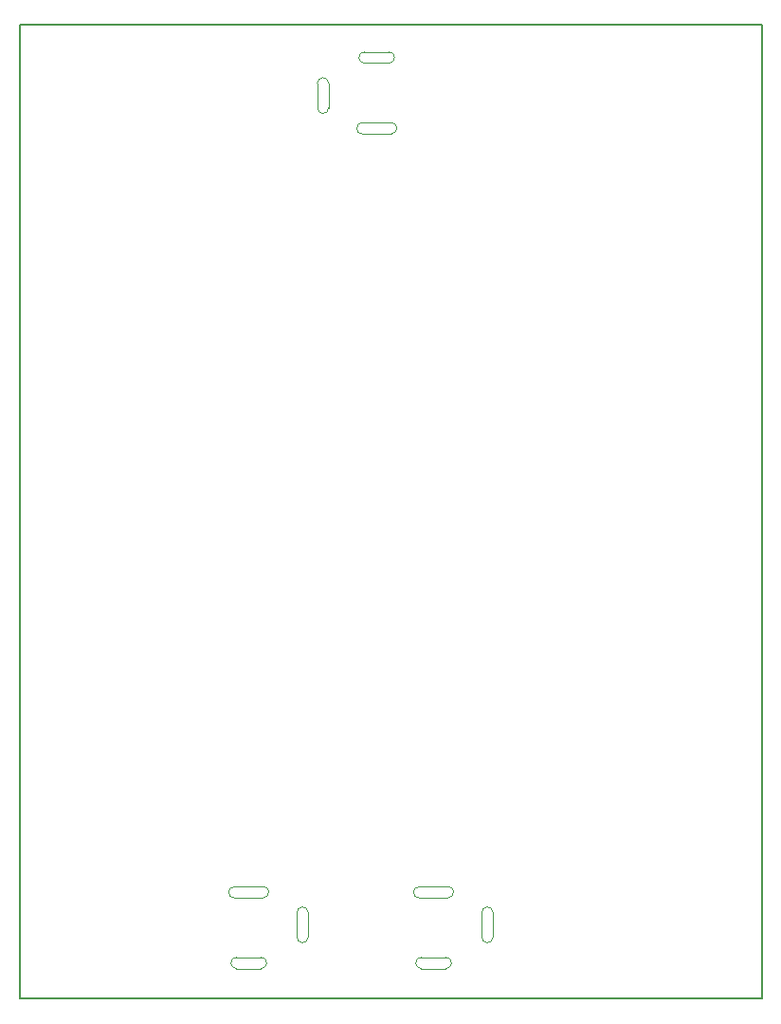
<source format=gm1>
G04 #@! TF.GenerationSoftware,KiCad,Pcbnew,(5.1.10)-1*
G04 #@! TF.CreationDate,2021-11-03T22:51:16-05:00*
G04 #@! TF.ProjectId,Kitty_Cannon_Schematic,4b697474-795f-4436-916e-6e6f6e5f5363,rev?*
G04 #@! TF.SameCoordinates,Original*
G04 #@! TF.FileFunction,Profile,NP*
%FSLAX46Y46*%
G04 Gerber Fmt 4.6, Leading zero omitted, Abs format (unit mm)*
G04 Created by KiCad (PCBNEW (5.1.10)-1) date 2021-11-03 22:51:16*
%MOMM*%
%LPD*%
G01*
G04 APERTURE LIST*
G04 #@! TA.AperFunction,Profile*
%ADD10C,0.152400*%
G04 #@! TD*
G04 #@! TA.AperFunction,Profile*
%ADD11C,0.050000*%
G04 #@! TD*
G04 APERTURE END LIST*
D10*
X181610000Y-61722000D02*
X181610000Y-148590000D01*
X115316000Y-61722000D02*
X181610000Y-61722000D01*
X115316000Y-148590000D02*
X115316000Y-61722000D01*
X181610000Y-148590000D02*
X115316000Y-148590000D01*
D11*
X145881100Y-71413600D02*
X148531100Y-71413600D01*
X145881100Y-71413600D02*
G75*
G02*
X145431100Y-70963600I0J450000D01*
G01*
X145431100Y-70963600D02*
G75*
G02*
X145981100Y-70413600I550000J0D01*
G01*
X148531100Y-70413600D02*
X145981100Y-70413600D01*
X148531100Y-70413600D02*
G75*
G02*
X149031100Y-70913600I0J-500000D01*
G01*
X149031100Y-70913600D02*
G75*
G02*
X148531100Y-71413600I-500000J0D01*
G01*
X142931100Y-69113600D02*
X142931100Y-66913600D01*
X142931100Y-69113600D02*
G75*
G02*
X142431100Y-69613600I-500000J0D01*
G01*
X142431100Y-69613600D02*
G75*
G02*
X141931100Y-69113600I0J500000D01*
G01*
X141931100Y-66913600D02*
X141931100Y-69113600D01*
X141931100Y-66913600D02*
G75*
G02*
X142431100Y-66413600I500000J0D01*
G01*
X142431100Y-66413600D02*
G75*
G02*
X142931100Y-66913600I0J-500000D01*
G01*
X146131100Y-65113600D02*
X148331100Y-65113600D01*
X146131101Y-65113599D02*
G75*
G02*
X145631100Y-64613600I-1J500000D01*
G01*
X145631100Y-64613600D02*
G75*
G02*
X146131100Y-64113600I500000J0D01*
G01*
X148331100Y-64113600D02*
X146131100Y-64113600D01*
X148331100Y-64113600D02*
G75*
G02*
X148831100Y-64613600I0J-500000D01*
G01*
X148831101Y-64613599D02*
G75*
G02*
X148331100Y-65113600I-500001J0D01*
G01*
X137151100Y-138593600D02*
X134501100Y-138593600D01*
X137151100Y-138593600D02*
G75*
G02*
X137601100Y-139043600I0J-450000D01*
G01*
X137601100Y-139043600D02*
G75*
G02*
X137051100Y-139593600I-550000J0D01*
G01*
X134501100Y-139593600D02*
X137051100Y-139593600D01*
X134501100Y-139593600D02*
G75*
G02*
X134001100Y-139093600I0J500000D01*
G01*
X134001100Y-139093600D02*
G75*
G02*
X134501100Y-138593600I500000J0D01*
G01*
X140101100Y-140893600D02*
X140101100Y-143093600D01*
X140101100Y-140893600D02*
G75*
G02*
X140601100Y-140393600I500000J0D01*
G01*
X140601100Y-140393600D02*
G75*
G02*
X141101100Y-140893600I0J-500000D01*
G01*
X141101100Y-143093600D02*
X141101100Y-140893600D01*
X141101100Y-143093600D02*
G75*
G02*
X140601100Y-143593600I-500000J0D01*
G01*
X140601100Y-143593600D02*
G75*
G02*
X140101100Y-143093600I0J500000D01*
G01*
X136901100Y-144893600D02*
X134701100Y-144893600D01*
X136901099Y-144893601D02*
G75*
G02*
X137401100Y-145393600I1J-500000D01*
G01*
X137401100Y-145393600D02*
G75*
G02*
X136901100Y-145893600I-500000J0D01*
G01*
X134701100Y-145893600D02*
X136901100Y-145893600D01*
X134701100Y-145893600D02*
G75*
G02*
X134201100Y-145393600I0J500000D01*
G01*
X134201099Y-145393601D02*
G75*
G02*
X134701100Y-144893600I500001J0D01*
G01*
X153661100Y-138593600D02*
X151011100Y-138593600D01*
X153661100Y-138593600D02*
G75*
G02*
X154111100Y-139043600I0J-450000D01*
G01*
X154111100Y-139043600D02*
G75*
G02*
X153561100Y-139593600I-550000J0D01*
G01*
X151011100Y-139593600D02*
X153561100Y-139593600D01*
X151011100Y-139593600D02*
G75*
G02*
X150511100Y-139093600I0J500000D01*
G01*
X150511100Y-139093600D02*
G75*
G02*
X151011100Y-138593600I500000J0D01*
G01*
X156611100Y-140893600D02*
X156611100Y-143093600D01*
X156611100Y-140893600D02*
G75*
G02*
X157111100Y-140393600I500000J0D01*
G01*
X157111100Y-140393600D02*
G75*
G02*
X157611100Y-140893600I0J-500000D01*
G01*
X157611100Y-143093600D02*
X157611100Y-140893600D01*
X157611100Y-143093600D02*
G75*
G02*
X157111100Y-143593600I-500000J0D01*
G01*
X157111100Y-143593600D02*
G75*
G02*
X156611100Y-143093600I0J500000D01*
G01*
X153411100Y-144893600D02*
X151211100Y-144893600D01*
X153411099Y-144893601D02*
G75*
G02*
X153911100Y-145393600I1J-500000D01*
G01*
X153911100Y-145393600D02*
G75*
G02*
X153411100Y-145893600I-500000J0D01*
G01*
X151211100Y-145893600D02*
X153411100Y-145893600D01*
X151211100Y-145893600D02*
G75*
G02*
X150711100Y-145393600I0J500000D01*
G01*
X150711099Y-145393601D02*
G75*
G02*
X151211100Y-144893600I500001J0D01*
G01*
M02*

</source>
